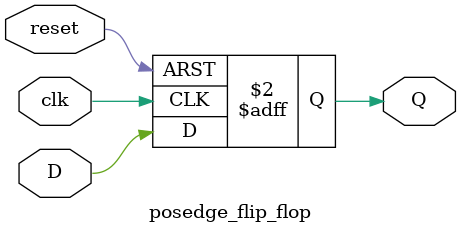
<source format=v>
module posedge_flip_flop(D,reset,clk,Q);
    input wire D,reset,clk;
    output reg Q;

    always @(posedge clk or posedge reset)
    begin
        if(reset) Q <= 0;
        else Q <= D;
    end
endmodule
</source>
